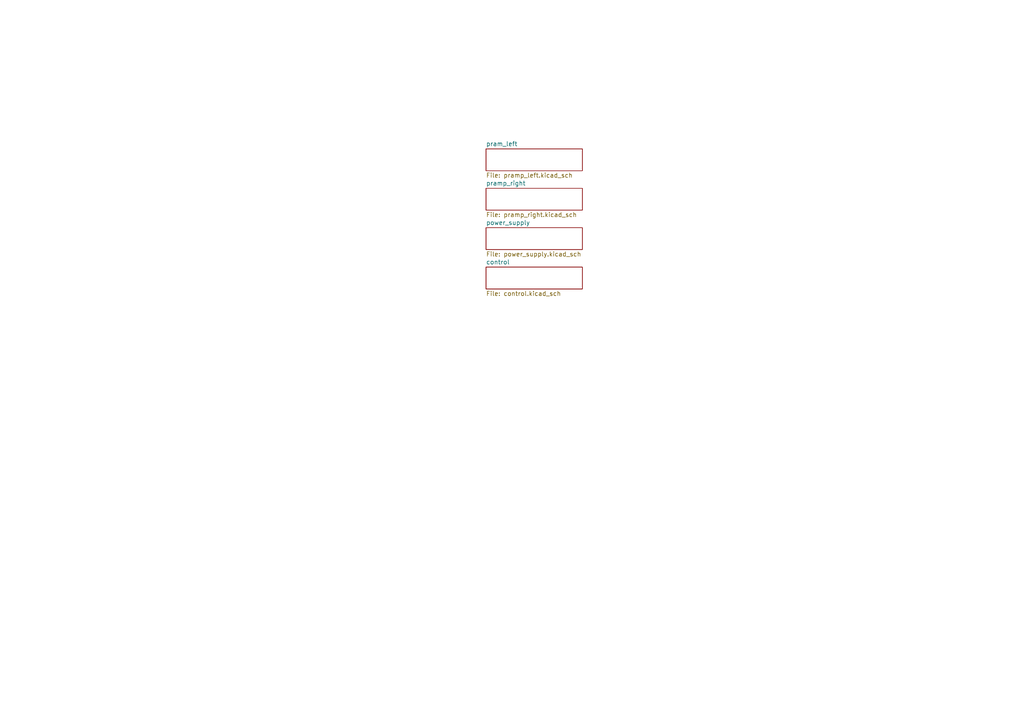
<source format=kicad_sch>
(kicad_sch (version 20211123) (generator eeschema)
  (paper "A4")
  (lib_symbols)
  (sheet (at 140.97 66.04) (size 27.94 6.35) (stroke (width 0.1524))
    (property "Sheet name" "power_supply" (at 140.97 65.3284 0) (effects (justify left bottom)))
    (property "Sheet file" "power_supply.kicad_sch" (at 140.97 72.9746 0) (effects (justify left top)))
  )
  (sheet (at 140.97 77.47) (size 27.94 6.35) (stroke (width 0.1524))
    (property "Sheet name" "control" (at 140.97 76.7584 0) (effects (justify left bottom)))
    (property "Sheet file" "control.kicad_sch" (at 140.97 84.4046 0) (effects (justify left top)))
  )
  (sheet (at 140.97 54.61) (size 27.94 6.35) (stroke (width 0.1524))
    (property "Sheet name" "pramp_right" (at 140.97 53.8984 0) (effects (justify left bottom)))
    (property "Sheet file" "pramp_right.kicad_sch" (at 140.97 61.5446 0) (effects (justify left top)))
  )
  (sheet (at 140.97 43.18) (size 27.94 6.35) (stroke (width 0.1524))
    (property "Sheet name" "pram_left" (at 140.97 42.4684 0) (effects (justify left bottom)))
    (property "Sheet file" "pramp_left.kicad_sch" (at 140.97 50.1146 0) (effects (justify left top)))
  )
)
</source>
